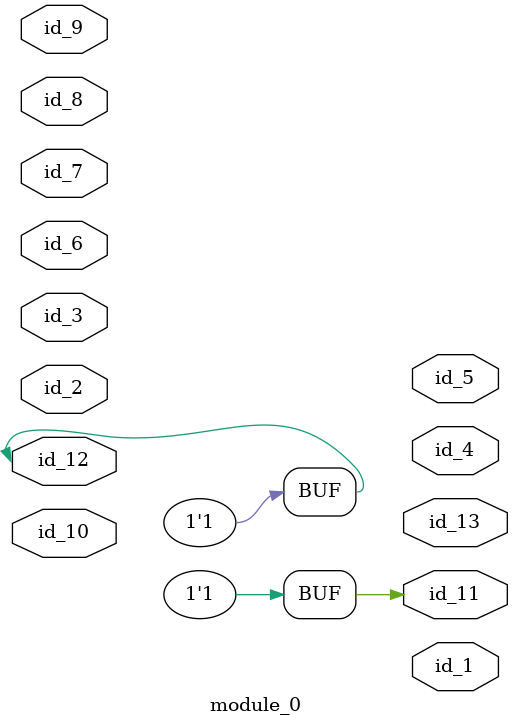
<source format=v>
`timescale 1 ps / 1ps
module module_0 (
    id_1,
    id_2,
    id_3,
    id_4,
    id_5,
    id_6,
    id_7,
    id_8,
    id_9,
    id_10,
    id_11,
    id_12,
    id_13
);
  output id_13;
  inout id_12;
  output id_11;
  inout id_10;
  input id_9;
  input id_8;
  input id_7;
  inout id_6;
  output id_5;
  output id_4;
  inout id_3;
  inout id_2;
  output id_1;
  initial begin
    if (1)
      if (1) id_11 = 1;
      else if (1) begin
        id_4 <= 1;
      end else id_12 <= 1;
    else id_1 = 1;
  end
  assign id_12 = 1;
endmodule

</source>
